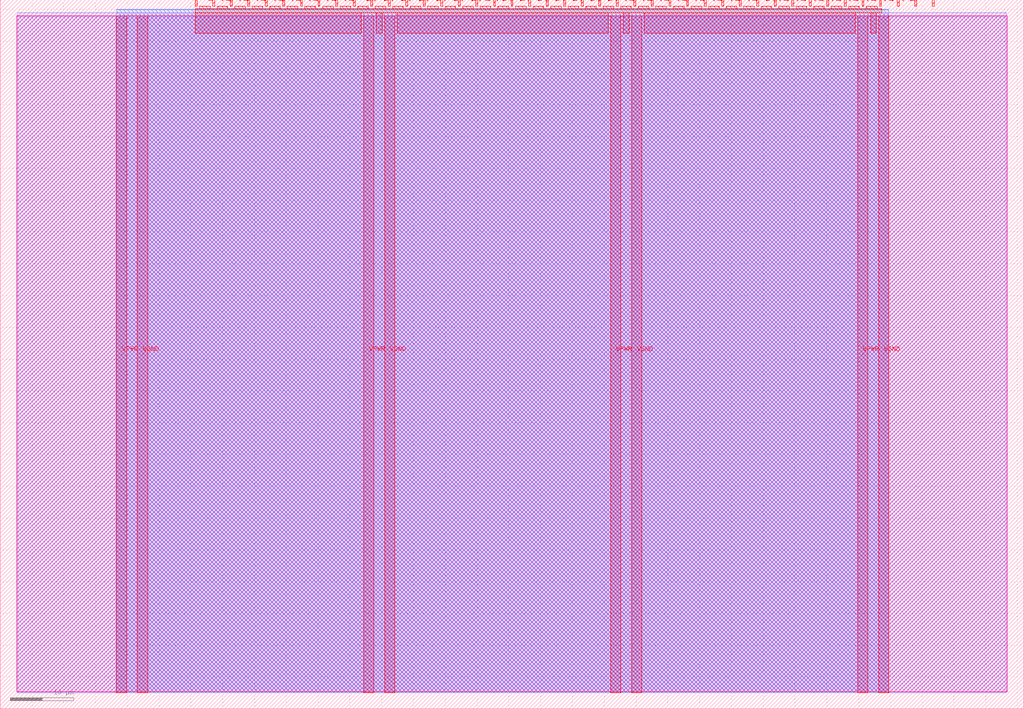
<source format=lef>
VERSION 5.7 ;
  NOWIREEXTENSIONATPIN ON ;
  DIVIDERCHAR "/" ;
  BUSBITCHARS "[]" ;
MACRO tt_um_brent_kung
  CLASS BLOCK ;
  FOREIGN tt_um_brent_kung ;
  ORIGIN 0.000 0.000 ;
  SIZE 161.000 BY 111.520 ;
  PIN VGND
    DIRECTION INOUT ;
    USE GROUND ;
    PORT
      LAYER met4 ;
        RECT 21.580 2.480 23.180 109.040 ;
    END
    PORT
      LAYER met4 ;
        RECT 60.450 2.480 62.050 109.040 ;
    END
    PORT
      LAYER met4 ;
        RECT 99.320 2.480 100.920 109.040 ;
    END
    PORT
      LAYER met4 ;
        RECT 138.190 2.480 139.790 109.040 ;
    END
  END VGND
  PIN VPWR
    DIRECTION INOUT ;
    USE POWER ;
    PORT
      LAYER met4 ;
        RECT 18.280 2.480 19.880 109.040 ;
    END
    PORT
      LAYER met4 ;
        RECT 57.150 2.480 58.750 109.040 ;
    END
    PORT
      LAYER met4 ;
        RECT 96.020 2.480 97.620 109.040 ;
    END
    PORT
      LAYER met4 ;
        RECT 134.890 2.480 136.490 109.040 ;
    END
  END VPWR
  PIN clk
    DIRECTION INPUT ;
    USE SIGNAL ;
    PORT
      LAYER met4 ;
        RECT 143.830 110.520 144.130 111.520 ;
    END
  END clk
  PIN ena
    DIRECTION INPUT ;
    USE SIGNAL ;
    PORT
      LAYER met4 ;
        RECT 146.590 110.520 146.890 111.520 ;
    END
  END ena
  PIN rst_n
    DIRECTION INPUT ;
    USE SIGNAL ;
    PORT
      LAYER met4 ;
        RECT 141.070 110.520 141.370 111.520 ;
    END
  END rst_n
  PIN ui_in[0]
    DIRECTION INPUT ;
    USE SIGNAL ;
    ANTENNAGATEAREA 0.196500 ;
    PORT
      LAYER met4 ;
        RECT 138.310 110.520 138.610 111.520 ;
    END
  END ui_in[0]
  PIN ui_in[1]
    DIRECTION INPUT ;
    USE SIGNAL ;
    ANTENNAGATEAREA 0.213000 ;
    PORT
      LAYER met4 ;
        RECT 135.550 110.520 135.850 111.520 ;
    END
  END ui_in[1]
  PIN ui_in[2]
    DIRECTION INPUT ;
    USE SIGNAL ;
    ANTENNAGATEAREA 0.196500 ;
    PORT
      LAYER met4 ;
        RECT 132.790 110.520 133.090 111.520 ;
    END
  END ui_in[2]
  PIN ui_in[3]
    DIRECTION INPUT ;
    USE SIGNAL ;
    ANTENNAGATEAREA 0.196500 ;
    PORT
      LAYER met4 ;
        RECT 130.030 110.520 130.330 111.520 ;
    END
  END ui_in[3]
  PIN ui_in[4]
    DIRECTION INPUT ;
    USE SIGNAL ;
    PORT
      LAYER met4 ;
        RECT 127.270 110.520 127.570 111.520 ;
    END
  END ui_in[4]
  PIN ui_in[5]
    DIRECTION INPUT ;
    USE SIGNAL ;
    PORT
      LAYER met4 ;
        RECT 124.510 110.520 124.810 111.520 ;
    END
  END ui_in[5]
  PIN ui_in[6]
    DIRECTION INPUT ;
    USE SIGNAL ;
    PORT
      LAYER met4 ;
        RECT 121.750 110.520 122.050 111.520 ;
    END
  END ui_in[6]
  PIN ui_in[7]
    DIRECTION INPUT ;
    USE SIGNAL ;
    PORT
      LAYER met4 ;
        RECT 118.990 110.520 119.290 111.520 ;
    END
  END ui_in[7]
  PIN uio_in[0]
    DIRECTION INPUT ;
    USE SIGNAL ;
    ANTENNAGATEAREA 0.196500 ;
    PORT
      LAYER met4 ;
        RECT 116.230 110.520 116.530 111.520 ;
    END
  END uio_in[0]
  PIN uio_in[1]
    DIRECTION INPUT ;
    USE SIGNAL ;
    ANTENNAGATEAREA 0.213000 ;
    PORT
      LAYER met4 ;
        RECT 113.470 110.520 113.770 111.520 ;
    END
  END uio_in[1]
  PIN uio_in[2]
    DIRECTION INPUT ;
    USE SIGNAL ;
    ANTENNAGATEAREA 0.196500 ;
    PORT
      LAYER met4 ;
        RECT 110.710 110.520 111.010 111.520 ;
    END
  END uio_in[2]
  PIN uio_in[3]
    DIRECTION INPUT ;
    USE SIGNAL ;
    ANTENNAGATEAREA 0.196500 ;
    PORT
      LAYER met4 ;
        RECT 107.950 110.520 108.250 111.520 ;
    END
  END uio_in[3]
  PIN uio_in[4]
    DIRECTION INPUT ;
    USE SIGNAL ;
    PORT
      LAYER met4 ;
        RECT 105.190 110.520 105.490 111.520 ;
    END
  END uio_in[4]
  PIN uio_in[5]
    DIRECTION INPUT ;
    USE SIGNAL ;
    PORT
      LAYER met4 ;
        RECT 102.430 110.520 102.730 111.520 ;
    END
  END uio_in[5]
  PIN uio_in[6]
    DIRECTION INPUT ;
    USE SIGNAL ;
    PORT
      LAYER met4 ;
        RECT 99.670 110.520 99.970 111.520 ;
    END
  END uio_in[6]
  PIN uio_in[7]
    DIRECTION INPUT ;
    USE SIGNAL ;
    PORT
      LAYER met4 ;
        RECT 96.910 110.520 97.210 111.520 ;
    END
  END uio_in[7]
  PIN uio_oe[0]
    DIRECTION OUTPUT ;
    USE SIGNAL ;
    PORT
      LAYER met4 ;
        RECT 49.990 110.520 50.290 111.520 ;
    END
  END uio_oe[0]
  PIN uio_oe[1]
    DIRECTION OUTPUT ;
    USE SIGNAL ;
    PORT
      LAYER met4 ;
        RECT 47.230 110.520 47.530 111.520 ;
    END
  END uio_oe[1]
  PIN uio_oe[2]
    DIRECTION OUTPUT ;
    USE SIGNAL ;
    PORT
      LAYER met4 ;
        RECT 44.470 110.520 44.770 111.520 ;
    END
  END uio_oe[2]
  PIN uio_oe[3]
    DIRECTION OUTPUT ;
    USE SIGNAL ;
    PORT
      LAYER met4 ;
        RECT 41.710 110.520 42.010 111.520 ;
    END
  END uio_oe[3]
  PIN uio_oe[4]
    DIRECTION OUTPUT ;
    USE SIGNAL ;
    PORT
      LAYER met4 ;
        RECT 38.950 110.520 39.250 111.520 ;
    END
  END uio_oe[4]
  PIN uio_oe[5]
    DIRECTION OUTPUT ;
    USE SIGNAL ;
    PORT
      LAYER met4 ;
        RECT 36.190 110.520 36.490 111.520 ;
    END
  END uio_oe[5]
  PIN uio_oe[6]
    DIRECTION OUTPUT ;
    USE SIGNAL ;
    PORT
      LAYER met4 ;
        RECT 33.430 110.520 33.730 111.520 ;
    END
  END uio_oe[6]
  PIN uio_oe[7]
    DIRECTION OUTPUT ;
    USE SIGNAL ;
    PORT
      LAYER met4 ;
        RECT 30.670 110.520 30.970 111.520 ;
    END
  END uio_oe[7]
  PIN uio_out[0]
    DIRECTION OUTPUT ;
    USE SIGNAL ;
    PORT
      LAYER met4 ;
        RECT 72.070 110.520 72.370 111.520 ;
    END
  END uio_out[0]
  PIN uio_out[1]
    DIRECTION OUTPUT ;
    USE SIGNAL ;
    PORT
      LAYER met4 ;
        RECT 69.310 110.520 69.610 111.520 ;
    END
  END uio_out[1]
  PIN uio_out[2]
    DIRECTION OUTPUT ;
    USE SIGNAL ;
    PORT
      LAYER met4 ;
        RECT 66.550 110.520 66.850 111.520 ;
    END
  END uio_out[2]
  PIN uio_out[3]
    DIRECTION OUTPUT ;
    USE SIGNAL ;
    PORT
      LAYER met4 ;
        RECT 63.790 110.520 64.090 111.520 ;
    END
  END uio_out[3]
  PIN uio_out[4]
    DIRECTION OUTPUT ;
    USE SIGNAL ;
    PORT
      LAYER met4 ;
        RECT 61.030 110.520 61.330 111.520 ;
    END
  END uio_out[4]
  PIN uio_out[5]
    DIRECTION OUTPUT ;
    USE SIGNAL ;
    PORT
      LAYER met4 ;
        RECT 58.270 110.520 58.570 111.520 ;
    END
  END uio_out[5]
  PIN uio_out[6]
    DIRECTION OUTPUT ;
    USE SIGNAL ;
    PORT
      LAYER met4 ;
        RECT 55.510 110.520 55.810 111.520 ;
    END
  END uio_out[6]
  PIN uio_out[7]
    DIRECTION OUTPUT ;
    USE SIGNAL ;
    PORT
      LAYER met4 ;
        RECT 52.750 110.520 53.050 111.520 ;
    END
  END uio_out[7]
  PIN uo_out[0]
    DIRECTION OUTPUT ;
    USE SIGNAL ;
    ANTENNADIFFAREA 0.445500 ;
    PORT
      LAYER met4 ;
        RECT 94.150 110.520 94.450 111.520 ;
    END
  END uo_out[0]
  PIN uo_out[1]
    DIRECTION OUTPUT ;
    USE SIGNAL ;
    ANTENNADIFFAREA 1.721000 ;
    PORT
      LAYER met4 ;
        RECT 91.390 110.520 91.690 111.520 ;
    END
  END uo_out[1]
  PIN uo_out[2]
    DIRECTION OUTPUT ;
    USE SIGNAL ;
    ANTENNADIFFAREA 1.721000 ;
    PORT
      LAYER met4 ;
        RECT 88.630 110.520 88.930 111.520 ;
    END
  END uo_out[2]
  PIN uo_out[3]
    DIRECTION OUTPUT ;
    USE SIGNAL ;
    ANTENNADIFFAREA 1.721000 ;
    PORT
      LAYER met4 ;
        RECT 85.870 110.520 86.170 111.520 ;
    END
  END uo_out[3]
  PIN uo_out[4]
    DIRECTION OUTPUT ;
    USE SIGNAL ;
    ANTENNADIFFAREA 0.445500 ;
    PORT
      LAYER met4 ;
        RECT 83.110 110.520 83.410 111.520 ;
    END
  END uo_out[4]
  PIN uo_out[5]
    DIRECTION OUTPUT ;
    USE SIGNAL ;
    PORT
      LAYER met4 ;
        RECT 80.350 110.520 80.650 111.520 ;
    END
  END uo_out[5]
  PIN uo_out[6]
    DIRECTION OUTPUT ;
    USE SIGNAL ;
    PORT
      LAYER met4 ;
        RECT 77.590 110.520 77.890 111.520 ;
    END
  END uo_out[6]
  PIN uo_out[7]
    DIRECTION OUTPUT ;
    USE SIGNAL ;
    PORT
      LAYER met4 ;
        RECT 74.830 110.520 75.130 111.520 ;
    END
  END uo_out[7]
  OBS
      LAYER nwell ;
        RECT 2.570 2.635 158.430 108.990 ;
      LAYER li1 ;
        RECT 2.760 2.635 158.240 108.885 ;
      LAYER met1 ;
        RECT 2.760 2.480 158.240 109.440 ;
      LAYER met2 ;
        RECT 18.310 2.535 139.760 110.005 ;
      LAYER met3 ;
        RECT 18.290 2.555 139.780 109.985 ;
      LAYER met4 ;
        RECT 31.370 110.120 33.030 110.520 ;
        RECT 34.130 110.120 35.790 110.520 ;
        RECT 36.890 110.120 38.550 110.520 ;
        RECT 39.650 110.120 41.310 110.520 ;
        RECT 42.410 110.120 44.070 110.520 ;
        RECT 45.170 110.120 46.830 110.520 ;
        RECT 47.930 110.120 49.590 110.520 ;
        RECT 50.690 110.120 52.350 110.520 ;
        RECT 53.450 110.120 55.110 110.520 ;
        RECT 56.210 110.120 57.870 110.520 ;
        RECT 58.970 110.120 60.630 110.520 ;
        RECT 61.730 110.120 63.390 110.520 ;
        RECT 64.490 110.120 66.150 110.520 ;
        RECT 67.250 110.120 68.910 110.520 ;
        RECT 70.010 110.120 71.670 110.520 ;
        RECT 72.770 110.120 74.430 110.520 ;
        RECT 75.530 110.120 77.190 110.520 ;
        RECT 78.290 110.120 79.950 110.520 ;
        RECT 81.050 110.120 82.710 110.520 ;
        RECT 83.810 110.120 85.470 110.520 ;
        RECT 86.570 110.120 88.230 110.520 ;
        RECT 89.330 110.120 90.990 110.520 ;
        RECT 92.090 110.120 93.750 110.520 ;
        RECT 94.850 110.120 96.510 110.520 ;
        RECT 97.610 110.120 99.270 110.520 ;
        RECT 100.370 110.120 102.030 110.520 ;
        RECT 103.130 110.120 104.790 110.520 ;
        RECT 105.890 110.120 107.550 110.520 ;
        RECT 108.650 110.120 110.310 110.520 ;
        RECT 111.410 110.120 113.070 110.520 ;
        RECT 114.170 110.120 115.830 110.520 ;
        RECT 116.930 110.120 118.590 110.520 ;
        RECT 119.690 110.120 121.350 110.520 ;
        RECT 122.450 110.120 124.110 110.520 ;
        RECT 125.210 110.120 126.870 110.520 ;
        RECT 127.970 110.120 129.630 110.520 ;
        RECT 130.730 110.120 132.390 110.520 ;
        RECT 133.490 110.120 135.150 110.520 ;
        RECT 136.250 110.120 137.910 110.520 ;
        RECT 30.655 109.440 138.625 110.120 ;
        RECT 30.655 106.255 56.750 109.440 ;
        RECT 59.150 106.255 60.050 109.440 ;
        RECT 62.450 106.255 95.620 109.440 ;
        RECT 98.020 106.255 98.920 109.440 ;
        RECT 101.320 106.255 134.490 109.440 ;
        RECT 136.890 106.255 137.790 109.440 ;
  END
END tt_um_brent_kung
END LIBRARY


</source>
